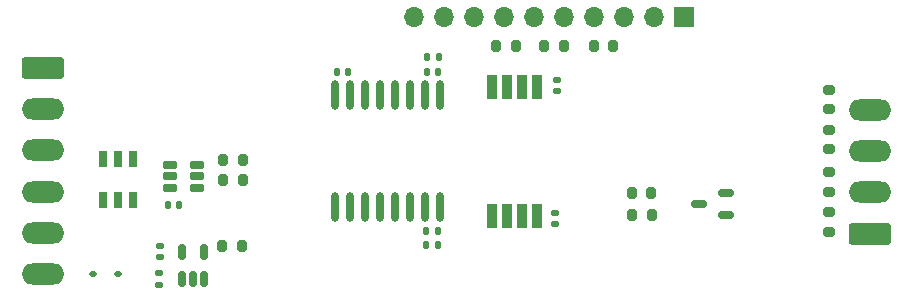
<source format=gts>
%TF.GenerationSoftware,KiCad,Pcbnew,9.0.3*%
%TF.CreationDate,2025-12-31T10:25:08+01:00*%
%TF.ProjectId,REG1-App-OneWire,52454731-2d41-4707-902d-4f6e65576972,V01.10*%
%TF.SameCoordinates,Original*%
%TF.FileFunction,Soldermask,Top*%
%TF.FilePolarity,Negative*%
%FSLAX46Y46*%
G04 Gerber Fmt 4.6, Leading zero omitted, Abs format (unit mm)*
G04 Created by KiCad (PCBNEW 9.0.3) date 2025-12-31 10:25:08*
%MOMM*%
%LPD*%
G01*
G04 APERTURE LIST*
G04 Aperture macros list*
%AMRoundRect*
0 Rectangle with rounded corners*
0 $1 Rounding radius*
0 $2 $3 $4 $5 $6 $7 $8 $9 X,Y pos of 4 corners*
0 Add a 4 corners polygon primitive as box body*
4,1,4,$2,$3,$4,$5,$6,$7,$8,$9,$2,$3,0*
0 Add four circle primitives for the rounded corners*
1,1,$1+$1,$2,$3*
1,1,$1+$1,$4,$5*
1,1,$1+$1,$6,$7*
1,1,$1+$1,$8,$9*
0 Add four rect primitives between the rounded corners*
20,1,$1+$1,$2,$3,$4,$5,0*
20,1,$1+$1,$4,$5,$6,$7,0*
20,1,$1+$1,$6,$7,$8,$9,0*
20,1,$1+$1,$8,$9,$2,$3,0*%
G04 Aperture macros list end*
%ADD10RoundRect,0.140000X-0.140000X-0.170000X0.140000X-0.170000X0.140000X0.170000X-0.140000X0.170000X0*%
%ADD11RoundRect,0.050800X-0.304800X-0.600000X0.304800X-0.600000X0.304800X0.600000X-0.304800X0.600000X0*%
%ADD12RoundRect,0.200000X-0.275000X0.200000X-0.275000X-0.200000X0.275000X-0.200000X0.275000X0.200000X0*%
%ADD13RoundRect,0.200000X0.200000X0.275000X-0.200000X0.275000X-0.200000X-0.275000X0.200000X-0.275000X0*%
%ADD14RoundRect,0.140000X0.140000X0.170000X-0.140000X0.170000X-0.140000X-0.170000X0.140000X-0.170000X0*%
%ADD15RoundRect,0.250000X-1.550000X0.650000X-1.550000X-0.650000X1.550000X-0.650000X1.550000X0.650000X0*%
%ADD16O,3.600000X1.800000*%
%ADD17RoundRect,0.200000X-0.200000X-0.275000X0.200000X-0.275000X0.200000X0.275000X-0.200000X0.275000X0*%
%ADD18RoundRect,0.250000X1.550000X-0.650000X1.550000X0.650000X-1.550000X0.650000X-1.550000X-0.650000X0*%
%ADD19RoundRect,0.140000X-0.170000X0.140000X-0.170000X-0.140000X0.170000X-0.140000X0.170000X0.140000X0*%
%ADD20RoundRect,0.112500X-0.187500X-0.112500X0.187500X-0.112500X0.187500X0.112500X-0.187500X0.112500X0*%
%ADD21RoundRect,0.150000X0.512500X0.150000X-0.512500X0.150000X-0.512500X-0.150000X0.512500X-0.150000X0*%
%ADD22RoundRect,0.050800X0.536000X-0.266000X0.536000X0.266000X-0.536000X0.266000X-0.536000X-0.266000X0*%
%ADD23RoundRect,0.140000X0.170000X-0.140000X0.170000X0.140000X-0.170000X0.140000X-0.170000X-0.140000X0*%
%ADD24RoundRect,0.150000X0.150000X-0.512500X0.150000X0.512500X-0.150000X0.512500X-0.150000X-0.512500X0*%
%ADD25O,0.675600X2.502100*%
%ADD26RoundRect,0.050800X0.350000X1.000000X-0.350000X1.000000X-0.350000X-1.000000X0.350000X-1.000000X0*%
%ADD27R,1.700000X1.700000*%
%ADD28O,1.700000X1.700000*%
G04 APERTURE END LIST*
D10*
%TO.C,C7*%
X108950000Y-113600000D03*
X109910000Y-113600000D03*
%TD*%
D11*
%TO.C,D1*%
X81580000Y-109800300D03*
X82850000Y-109800300D03*
X84120000Y-109800300D03*
X84120000Y-106345900D03*
X82850000Y-106345900D03*
X81580000Y-106345900D03*
%TD*%
D12*
%TO.C,R4*%
X143070000Y-100490000D03*
X143070000Y-102140000D03*
%TD*%
D13*
%TO.C,R10*%
X128040000Y-111070000D03*
X126390000Y-111070000D03*
%TD*%
D14*
%TO.C,C4*%
X109980000Y-98940000D03*
X109020000Y-98940000D03*
%TD*%
D13*
%TO.C,R5*%
X93415000Y-108120000D03*
X91765000Y-108120000D03*
%TD*%
D14*
%TO.C,C1*%
X88031800Y-110270000D03*
X87071800Y-110270000D03*
%TD*%
%TO.C,C5*%
X110000000Y-97730000D03*
X109040000Y-97730000D03*
%TD*%
%TO.C,C10*%
X102350000Y-98940000D03*
X101390000Y-98940000D03*
%TD*%
D13*
%TO.C,R9*%
X128015000Y-109190000D03*
X126365000Y-109190000D03*
%TD*%
D15*
%TO.C,J10*%
X76500000Y-98600000D03*
D16*
X76500000Y-102100000D03*
X76500000Y-105600000D03*
X76500000Y-109100000D03*
X76500000Y-112600000D03*
X76500000Y-116100000D03*
%TD*%
D13*
%TO.C,R6*%
X93415000Y-106400000D03*
X91765000Y-106400000D03*
%TD*%
D12*
%TO.C,R7*%
X143060000Y-103850000D03*
X143060000Y-105500000D03*
%TD*%
D13*
%TO.C,R1*%
X116540000Y-96730000D03*
X114890000Y-96730000D03*
%TD*%
D17*
%TO.C,R12*%
X124795000Y-96730000D03*
X123145000Y-96730000D03*
%TD*%
D18*
%TO.C,J2*%
X146500000Y-112660000D03*
D16*
X146500000Y-109160000D03*
X146500000Y-105660000D03*
X146500000Y-102160000D03*
%TD*%
D19*
%TO.C,C3*%
X86370000Y-113710000D03*
X86370000Y-114670000D03*
%TD*%
D20*
%TO.C,D2*%
X80752500Y-116110000D03*
X82852500Y-116110000D03*
%TD*%
D21*
%TO.C,D4*%
X134290000Y-111080000D03*
X134290000Y-109180000D03*
X132015000Y-110130000D03*
%TD*%
D13*
%TO.C,R11*%
X118950000Y-96730000D03*
X120600000Y-96730000D03*
%TD*%
D22*
%TO.C,U3*%
X89550000Y-108750000D03*
X89550000Y-107800000D03*
X89550000Y-106850000D03*
X87251800Y-106850000D03*
X87251800Y-107800000D03*
X87251800Y-108750000D03*
%TD*%
D23*
%TO.C,C2*%
X86360000Y-116975000D03*
X86360000Y-116015000D03*
%TD*%
D24*
%TO.C,U2*%
X88230000Y-116465000D03*
X89180000Y-116465000D03*
X90130000Y-116465000D03*
X90130000Y-114190000D03*
X88230000Y-114190000D03*
%TD*%
D23*
%TO.C,C9*%
X119860000Y-111880000D03*
X119860000Y-110920000D03*
%TD*%
D17*
%TO.C,R3*%
X91665000Y-113740000D03*
X93315000Y-113740000D03*
%TD*%
D12*
%TO.C,R2*%
X143060000Y-107470000D03*
X143060000Y-109120000D03*
%TD*%
D25*
%TO.C,U4*%
X110089900Y-100929400D03*
X108819900Y-100929400D03*
X107549900Y-100929400D03*
X106279900Y-100929400D03*
X105009900Y-100929400D03*
X103739900Y-100929400D03*
X102469900Y-100929400D03*
X101199900Y-100929400D03*
X101199900Y-110430100D03*
X102469900Y-110430100D03*
X103739900Y-110430100D03*
X105009900Y-110430100D03*
X106279900Y-110430100D03*
X107549900Y-110430100D03*
X108819900Y-110430100D03*
X110089900Y-110430100D03*
%TD*%
D10*
%TO.C,C6*%
X108960000Y-112450000D03*
X109920000Y-112450000D03*
%TD*%
D19*
%TO.C,C8*%
X119980000Y-99620000D03*
X119980000Y-100580000D03*
%TD*%
D26*
%TO.C,U5*%
X118310000Y-100229600D03*
X117040000Y-100229600D03*
X115770000Y-100229600D03*
X114500000Y-100229600D03*
X114500000Y-111129800D03*
X115770000Y-111129800D03*
X117040000Y-111129800D03*
X118310000Y-111129800D03*
%TD*%
D12*
%TO.C,R8*%
X143060000Y-110850000D03*
X143060000Y-112500000D03*
%TD*%
D27*
%TO.C,J1*%
X130760000Y-94300000D03*
D28*
X128220000Y-94300000D03*
X125680000Y-94300000D03*
X123140000Y-94300000D03*
X120600000Y-94300000D03*
X118060000Y-94300000D03*
X115520000Y-94300000D03*
X112980000Y-94300000D03*
X110440000Y-94300000D03*
X107900000Y-94300000D03*
%TD*%
M02*

</source>
